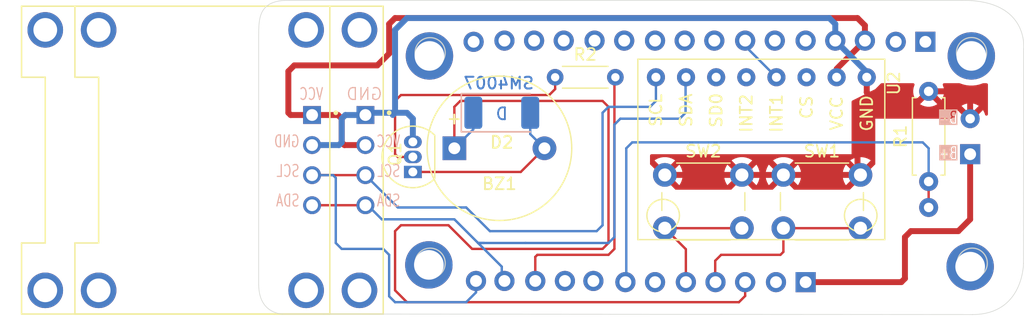
<source format=kicad_pcb>
(kicad_pcb (version 20241229) (generator "pcbnew") (generator_version "9.0")
  (title_block (title "Sidekick PCB") (date "2025-08-14") (rev "0.3.8"))
  (layers (0 "F.Cu" signal) (2 "B.Cu" signal) (13 "F.Paste" user) (15 "B.Paste" user) (5 "F.SilkS" user "F.Silkscreen") (7 "B.SilkS" user "B.Silkscreen") (1 "F.Mask" user) (3 "B.Mask" user) (25 "Edge.Cuts" user))
  (net 0 "")
  (net 2 "unconnected-(U1-BAT-Pad12)")
  (net 7 "Net-(BZ1--)")
  (net 9 "Net-(U1-D3)")
  (net 12 "Net-(U1-D1)")
  (net 15 "Net-(U1-D0)")
  (net 19 "Net-(U1-SDA)")
  (net 20 "Net-(U1-A2)")
  (net 23 "Net-(U1-SCL)")
  (net 26 "Net-(U2-VCC)")
  (net 27 "Net-(BZ1-+)")
  (net 30 "unconnected-(U2-CS-Pad3)")
  (net 31 "Net-(Q1-E)")
  (net 32 "Net-(Q1-B)")
  (net 33 "Net-(U1-D8)")
  (footprint "Resistor_THT:R_Axial_DIN0207_L6.3mm_D2.5mm_P7.62mm_Horizontal" (layer "F.Cu") (at 175 118.81 90)
    (property "Reference" "R1" (at 3.81 -2.37 90) (layer "F.SilkS"))
    (property "Value" "R")
    (fp_line (start 7.08 -1.37) (end 7.08 -1.04) (stroke (width 0.12)) (layer "F.SilkS"))
    (fp_line (start 0.54 -1.37) (end 7.08 -1.37) (stroke (width 0.12)) (layer "F.SilkS"))
    (fp_line (start 0.54 -1.04) (end 0.54 -1.37) (stroke (width 0.12)) (layer "F.SilkS"))
    (fp_line (start 0.54 1.04) (end 0.54 1.37) (stroke (width 0.12)) (layer "F.SilkS"))
    (fp_line (start 7.08 1.37) (end 7.08 1.04) (stroke (width 0.12)) (layer "F.SilkS"))
    (fp_line (start 0.54 1.37) (end 7.08 1.37) (stroke (width 0.12)) (layer "F.SilkS"))
    (pad "1" thru_hole circle (at 0 0 90) (size 1.6 1.6) (drill 0.8) (layers "*.Cu" "*.Mask") (net 9 "Net-(U1-D3)"))
    (pad "2" thru_hole circle (at 7.62 0 90) (size 1.6 1.6) (drill 0.8) (layers "*.Cu" "*.Mask") (net 31 "Net-(Q1-E)"))
  )
  (footprint "Button_Switch_THT:SW_PUSH_6mm_H5mm" (layer "F.Cu") (at 162.75 118.25)
    (property "Reference" "SW1" (at 3.25 -2 0) (layer "F.SilkS"))
    (property "Value" "SW_PUSH_6mm_H5mm" (hide yes))
    (fp_line (start -0.25 1.5) (end -0.25 3) (stroke (width 0.12)) (layer "F.SilkS"))
    (fp_line (start 1 5.5) (end 5.5 5.5) (stroke (width 0.12)) (layer "F.SilkS"))
    (fp_line (start 5.5 -1) (end 1 -1) (stroke (width 0.12)) (layer "F.SilkS"))
    (fp_line (start 6.75 3) (end 6.75 1.5) (stroke (width 0.12)) (layer "F.SilkS"))
    (pad "1" thru_hole circle (at 0 0 90) (size 2 2) (drill 1.1) (layers "*.Cu" "*.Mask") (net 31 "Net-(Q1-E)"))
    (pad "1" thru_hole circle (at 6.5 0 90) (size 2 2) (drill 1.1) (layers "*.Cu" "*.Mask") (net 31 "Net-(Q1-E)"))
    (pad "2" thru_hole circle (at 0 4.5 90) (size 2 2) (drill 1.1) (layers "*.Cu" "*.Mask") (net 15 "Net-(U1-D0)"))
    (pad "2" thru_hole circle (at 6.5 4.5 90) (size 2 2) (drill 1.1) (layers "*.Cu" "*.Mask") (net 15 "Net-(U1-D0)"))
  )
  (footprint "" (layer "F.Cu") (at 175 121)
    (property "Reference" "" (at 0 0 0) (layer "F.SilkS") (effects (font (size 1.27 1.27))))
    (property "Value" "")
    (pad "1" thru_hole circle (at 0 0 90) (size 1.6 1.6) (drill 0.8) (layers "*.Cu" "*.Mask") (net 9 "Net-(U1-D3)"))
  )
  (footprint "Button_Switch_THT:SW_PUSH_6mm_H5mm" (layer "F.Cu") (at 152.75 118.25)
    (property "Reference" "SW2" (at 3.25 -2 0) (layer "F.SilkS"))
    (property "Value" "SW_PUSH_6mm_H5mm" (hide yes))
    (fp_line (start -0.25 1.5) (end -0.25 3) (stroke (width 0.12)) (layer "F.SilkS"))
    (fp_line (start 1 5.5) (end 5.5 5.5) (stroke (width 0.12)) (layer "F.SilkS"))
    (fp_line (start 5.5 -1) (end 1 -1) (stroke (width 0.12)) (layer "F.SilkS"))
    (fp_line (start 6.75 3) (end 6.75 1.5) (stroke (width 0.12)) (layer "F.SilkS"))
    (pad "1" thru_hole circle (at 0 0 90) (size 2 2) (drill 1.1) (layers "*.Cu" "*.Mask") (net 31 "Net-(Q1-E)"))
    (pad "1" thru_hole circle (at 6.5 0 90) (size 2 2) (drill 1.1) (layers "*.Cu" "*.Mask") (net 31 "Net-(Q1-E)"))
    (pad "2" thru_hole circle (at 0 4.5 90) (size 2 2) (drill 1.1) (layers "*.Cu" "*.Mask") (net 12 "Net-(U1-D1)"))
    (pad "2" thru_hole circle (at 6.5 4.5 90) (size 2 2) (drill 1.1) (layers "*.Cu" "*.Mask") (net 12 "Net-(U1-D1)"))
  )
  (footprint "" (layer "F.Cu") (at 178.5 113.5)
    (property "Reference" "" (at 0 0 0) (layer "F.SilkS") (effects (font (size 1.27 1.27))))
    (property "Value" "")
    (pad "B-" thru_hole circle (at 0 0 90) (size 1.6 1.6) (drill 0.8) (layers "*.Cu" "*.Mask") (net 31 "Net-(Q1-E)"))
  )
  (footprint "DM-OLED096-636:MODULE_DM-OLED096-636" (layer "F.Cu") (at 111.5 117 -90)
    (property "Reference" "U3" (hide yes))
    (property "Value" "DM-OLED096-636")
    (fp_line (start -13 13) (end -13 -13) (stroke (width 0.127)) (layer "F.SilkS"))
    (fp_line (start -7 13) (end -13 13) (stroke (width 0.127)) (layer "F.SilkS"))
    (fp_line (start 7 13) (end 7 11) (stroke (width 0.127)) (layer "F.SilkS"))
    (fp_line (start 13 13) (end 7 13) (stroke (width 0.127)) (layer "F.SilkS"))
    (fp_line (start -7 11) (end -7 13) (stroke (width 0.127)) (layer "F.SilkS"))
    (fp_line (start 7 11) (end -7 11) (stroke (width 0.127)) (layer "F.SilkS"))
    (fp_line (start -13 -13) (end 13 -13) (stroke (width 0.127)) (layer "F.SilkS"))
    (fp_line (start 13 -13) (end 13 13) (stroke (width 0.127)) (layer "F.SilkS"))
    (fp_circle (center -4 -13.5) (end -3.9 -13.5) (stroke (width 0.2)) (fill no) (layer "F.SilkS"))
    (pad "1" thru_hole circle (at -1.27 -11.5 270) (size 1.508 1.508) (drill 1) (layers "*.Cu" "*.Mask") (net 31 "Net-(Q1-E)"))
    (pad "2" thru_hole rect (at -3.81 -11.5 270) (size 1.508 1.508) (drill 1) (layers "*.Cu" "*.Mask") (net 26 "Net-(U2-VCC)"))
    (pad "3" thru_hole circle (at 1.27 -11.5 270) (size 1.508 1.508) (drill 1) (layers "*.Cu" "*.Mask") (net 23 "Net-(U1-SCL)"))
    (pad "4" thru_hole circle (at 3.81 -11.5 270) (size 1.508 1.508) (drill 1) (layers "*.Cu" "*.Mask") (net 19 "Net-(U1-SDA)"))
    (pad "S1" thru_hole circle (at -11 -11 270) (size 3 3) (drill 2) (layers "*.Cu" "*.Mask"))
    (pad "S2" thru_hole circle (at 11 -11 270) (size 3 3) (drill 2) (layers "*.Cu" "*.Mask"))
    (pad "S3" thru_hole circle (at 11 11 270) (size 3 3) (drill 2) (layers "*.Cu" "*.Mask"))
    (pad "S4" thru_hole circle (at -11 11 270) (size 3 3) (drill 2) (layers "*.Cu" "*.Mask"))
  )
  (footprint "Package_TO_SOT_THT:TO-92_Inline" (layer "F.Cu") (at 131.5 118 90)
    (property "Reference" "Q1" (at 1.5 -1.5 90) (layer "F.SilkS"))
    (property "Value" "BC547")
    (fp_line (start -0.53 1.85) (end 3.07 1.85) (stroke (width 0.12)) (layer "F.SilkS"))
    (fp_arc (start 1.27 -2.6) (mid 3.672088 -0.994977) (end 3.108478 1.838478) (stroke (width 0.12)) (layer "F.SilkS"))
    (fp_arc (start -0.568478 1.838478) (mid -1.132086 -0.994977) (end 1.27 -2.6) (stroke (width 0.12)) (layer "F.SilkS"))
    (pad "1" thru_hole rect (at 0 0 90) (size 1.05 1.5) (drill 0.75) (layers "*.Cu" "*.Mask") (net 7 "Net-(BZ1--)"))
    (pad "2" thru_hole oval (at 1.270001 0 90) (size 1.05 1.5) (drill 0.75) (layers "*.Cu" "*.Mask") (net 32 "Net-(Q1-B)"))
    (pad "3" thru_hole oval (at 2.54 0 90) (size 1.05 1.5) (drill 0.75) (layers "*.Cu" "*.Mask") (net 31 "Net-(Q1-E)"))
  )
  (footprint "" (layer "F.Cu") (at 178.5 116.5)
    (property "Reference" "" (at 0 0 0) (layer "F.SilkS") (effects (font (size 1.27 1.27))))
    (property "Value" "")
    (pad "B+" thru_hole rect (at 0 0 90) (size 1.7 1.7) (drill 1) (layers "*.Cu" "*.Mask") (net 2 "unconnected-(U1-BAT-Pad12)"))
  )
  (footprint "usini_sensors:module_adxl345" (layer "F.Cu") (at 154.54 110 -90)
    (property "Reference" "U2" (at 0.508 -17.526 90) (layer "F.SilkS"))
    (property "Value" "module_adxl345")
    (fp_line (start -1.524 4.064) (end -1.524 -16.764) (stroke (width 0.12)) (layer "F.SilkS"))
    (fp_line (start 13.716 4.064) (end -1.524 4.064) (stroke (width 0.12)) (layer "F.SilkS"))
    (fp_line (start -1.524 -16.764) (end 13.716 -16.764) (stroke (width 0.12)) (layer "F.SilkS"))
    (fp_line (start 13.716 -16.764) (end 13.716 4.064) (stroke (width 0.12)) (layer "F.SilkS"))
    (fp_circle (center 11.684 1.928285) (end 12.446 3.071285) (stroke (width 0.12)) (fill no) (layer "F.SilkS"))
    (fp_circle (center 11.684 -14.732) (end 12.446 -13.589) (stroke (width 0.12)) (fill no) (layer "F.SilkS"))
    (fp_text user "SD0" (at 2.794 -2.54 90) (layer "F.SilkS"))
    (fp_text user "VCC" (at 3.048 -12.7 90) (layer "F.SilkS"))
    (fp_text user "SCL" (at 2.794 2.54 90) (layer "F.SilkS"))
    (fp_text user "GND" (at 3.048 -15.24 90) (layer "F.SilkS"))
    (fp_text user "SDA" (at 2.794 0 90) (layer "F.SilkS"))
    (fp_text user "INT1" (at 3.048 -7.62 90) (layer "F.SilkS"))
    (fp_text user "INT2" (at 3.048 -5.08 90) (layer "F.SilkS"))
    (fp_text user "CS" (at 2.54 -10.16 90) (layer "F.SilkS"))
    (pad "1" thru_hole circle (at 0 -15.24 270) (size 1.524 1.524) (drill 0.762) (layers "*.Cu" "*.Mask") (net 31 "Net-(Q1-E)"))
    (pad "2" thru_hole circle (at 0 -12.7 270) (size 1.524 1.524) (drill 0.762) (layers "*.Cu" "*.Mask") (net 26 "Net-(U2-VCC)"))
    (pad "3" thru_hole circle (at 0 -10.16 270) (size 1.524 1.524) (drill 0.762) (layers "*.Cu" "*.Mask") (net 30 "unconnected-(U2-CS-Pad3)"))
    (pad "4" thru_hole circle (at 0 -7.62 270) (size 1.524 1.524) (drill 0.762) (layers "*.Cu" "*.Mask") (net 20 "Net-(U1-A2)"))
    (pad "5" thru_hole circle (at 0 -5.08 270) (size 1.524 1.524) (drill 0.762) (layers "*.Cu" "*.Mask"))
    (pad "6" thru_hole circle (at 0 -2.54 270) (size 1.524 1.524) (drill 0.762) (layers "*.Cu" "*.Mask"))
    (pad "7" thru_hole circle (at 0 0 270) (size 1.524 1.524) (drill 0.762) (layers "*.Cu" "*.Mask") (net 19 "Net-(U1-SDA)"))
    (pad "8" thru_hole circle (at 0 2.54 270) (size 1.524 1.524) (drill 0.762) (layers "*.Cu" "*.Mask") (net 23 "Net-(U1-SCL)"))
  )
  (footprint "DM-OLED096-636:MODULE_DM-OLED096-636" (layer "F.Cu") (at 116 117 -90)
    (property "Reference" "U3" (hide yes))
    (property "Value" "DM-OLED096-636" (hide yes))
    (fp_line (start -13 13) (end -13 -13) (stroke (width 0.127)) (layer "F.SilkS"))
    (fp_line (start -7 13) (end -13 13) (stroke (width 0.127)) (layer "F.SilkS"))
    (fp_line (start 7 13) (end 7 11) (stroke (width 0.127)) (layer "F.SilkS"))
    (fp_line (start 13 13) (end 7 13) (stroke (width 0.127)) (layer "F.SilkS"))
    (fp_line (start -7 11) (end -7 13) (stroke (width 0.127)) (layer "F.SilkS"))
    (fp_line (start 7 11) (end -7 11) (stroke (width 0.127)) (layer "F.SilkS"))
    (fp_line (start -13 -13) (end 13 -13) (stroke (width 0.127)) (layer "F.SilkS"))
    (fp_line (start 13 -13) (end 13 13) (stroke (width 0.127)) (layer "F.SilkS"))
    (fp_circle (center -4 -13.5) (end -3.9 -13.5) (stroke (width 0.2)) (fill no) (layer "F.SilkS"))
    (pad "1" thru_hole rect (at -3.81 -11.5 270) (size 1.508 1.508) (drill 1) (layers "*.Cu" "*.Mask") (net 31 "Net-(Q1-E)"))
    (pad "2" thru_hole circle (at -1.27 -11.5 270) (size 1.508 1.508) (drill 1) (layers "*.Cu" "*.Mask") (net 26 "Net-(U2-VCC)"))
    (pad "3" thru_hole circle (at 1.27 -11.5 270) (size 1.508 1.508) (drill 1) (layers "*.Cu" "*.Mask") (net 23 "Net-(U1-SCL)"))
    (pad "4" thru_hole circle (at 3.81 -11.5 270) (size 1.508 1.508) (drill 1) (layers "*.Cu" "*.Mask") (net 19 "Net-(U1-SDA)"))
    (pad "S1" thru_hole circle (at -11 -11 270) (size 3 3) (drill 2) (layers "*.Cu" "*.Mask"))
    (pad "S2" thru_hole circle (at 11 -11 270) (size 3 3) (drill 2) (layers "*.Cu" "*.Mask"))
    (pad "S3" thru_hole circle (at 11 11 270) (size 3 3) (drill 2) (layers "*.Cu" "*.Mask"))
    (pad "S4" thru_hole circle (at -11 11 270) (size 3 3) (drill 2) (layers "*.Cu" "*.Mask"))
  )
  (footprint "Resistor_THT:R_Axial_DIN0204_L3.6mm_D1.6mm_P5.08mm_Horizontal" (layer "F.Cu") (at 143.5 110)
    (property "Reference" "R2" (at 2.54 -1.92 0) (layer "F.SilkS"))
    (property "Value" "R")
    (fp_line (start 0.62 -0.92) (end 4.46 -0.92) (stroke (width 0.12)) (layer "F.SilkS"))
    (fp_line (start 0.62 0.92) (end 4.46 0.92) (stroke (width 0.12)) (layer "F.SilkS"))
    (pad "1" thru_hole circle (at 0 0) (size 1.4 1.4) (drill 0.7) (layers "*.Cu" "*.Mask") (net 32 "Net-(Q1-B)"))
    (pad "2" thru_hole circle (at 5.08 0) (size 1.4 1.4) (drill 0.7) (layers "*.Cu" "*.Mask") (net 33 "Net-(U1-D8)"))
  )
  (footprint "Buzzer_Beeper:Buzzer_12x9.5RM7.6" (layer "F.Cu") (at 135 116)
    (property "Reference" "BZ1" (at 3.8 3 0) (layer "F.SilkS"))
    (property "Value" "Buzzer")
    (fp_circle (center 3.8 0) (end 9.9 0) (stroke (width 0.12)) (fill no) (layer "F.SilkS"))
    (fp_text user "+" (at -0.01 -2.54 0) (layer "F.SilkS"))
    (pad "1" thru_hole rect (at 0 0) (size 2 2) (drill 1) (layers "*.Cu" "*.Mask") (net 27 "Net-(BZ1-+)"))
    (pad "2" thru_hole circle (at 7.6 0) (size 2 2) (drill 1) (layers "*.Cu" "*.Mask") (net 7 "Net-(BZ1--)"))
  )
  (footprint "PCBCUPID-GLYPHC3-Footprint:GlyphC3" (layer "F.Cu") (at 155.725 116.906882)
    (property "Reference" "U1" (hide yes))
    (property "Value" "~")
    (pad "" thru_hole circle (at -22.875 8.943118 180) (size 4 4) (drill 2.5) (layers "*.Cu" "*.Mask"))
    (pad "" thru_hole circle (at -22.825 -8.706882 180) (size 4 4) (drill 2.5) (layers "*.Cu" "*.Mask"))
    (pad "" thru_hole circle (at 22.775 9.093118 180) (size 4 4) (drill 2.5) (layers "*.Cu" "*.Mask"))
    (pad "" thru_hole circle (at 22.875 -8.706882 180) (size 4 4) (drill 2.5) (layers "*.Cu" "*.Mask"))
    (pad "1" thru_hole oval (at -18.9 10.3 90) (size 1.7 1.7) (drill 1) (layers "*.Cu" "*.Mask") (net 23 "Net-(U1-SCL)"))
    (pad "2" thru_hole oval (at -16.5 10.3 90) (size 1.7 1.7) (drill 1) (layers "*.Cu" "*.Mask") (net 19 "Net-(U1-SDA)"))
    (pad "3" thru_hole oval (at -13.9 10.3 90) (size 1.7 1.7) (drill 1) (layers "*.Cu" "*.Mask") (net 33 "Net-(U1-D8)"))
    (pad "4" thru_hole oval (at -11.4 10.3 90) (size 1.7 1.7) (drill 1) (layers "*.Cu" "*.Mask"))
    (pad "5" thru_hole oval (at -9 10.3 90) (size 1.7 1.7) (drill 1) (layers "*.Cu" "*.Mask"))
    (pad "6" thru_hole oval (at -6.3 10.4 90) (size 1.7 1.7) (drill 1) (layers "*.Cu" "*.Mask") (net 9 "Net-(U1-D3)"))
    (pad "7" thru_hole oval (at -3.8 10.4 90) (size 1.7 1.7) (drill 1) (layers "*.Cu" "*.Mask"))
    (pad "8" thru_hole oval (at -1.2 10.4 90) (size 1.7 1.7) (drill 1) (layers "*.Cu" "*.Mask") (net 12 "Net-(U1-D1)"))
    (pad "9" thru_hole oval (at 1.3 10.4 90) (size 1.7 1.7) (drill 1) (layers "*.Cu" "*.Mask") (net 15 "Net-(U1-D0)"))
    (pad "10" thru_hole oval (at 3.8 10.4 90) (size 1.7 1.7) (drill 1) (layers "*.Cu" "*.Mask") (net 27 "Net-(BZ1-+)"))
    (pad "11" thru_hole oval (at 6.4 10.4 90) (size 1.7 1.7) (drill 1) (layers "*.Cu" "*.Mask"))
    (pad "12" thru_hole rect (at 8.9 10.4 90) (size 1.7 1.7) (drill 1) (layers "*.Cu" "*.Mask") (net 2 "unconnected-(U1-BAT-Pad12)"))
    (pad "13" thru_hole rect (at 19 -9.9 90) (size 1.7 1.7) (drill 1) (layers "*.Cu" "*.Mask"))
    (pad "14" thru_hole oval (at 16.5 -9.9 90) (size 1.7 1.7) (drill 1) (layers "*.Cu" "*.Mask"))
    (pad "15" thru_hole oval (at 13.9 -10 90) (size 1.7 1.7) (drill 1) (layers "*.Cu" "*.Mask") (net 26 "Net-(U2-VCC)"))
    (pad "16" thru_hole oval (at 11.4 -10 90) (size 1.7 1.7) (drill 1) (layers "*.Cu" "*.Mask") (net 31 "Net-(Q1-E)"))
    (pad "17" thru_hole oval (at 8.9 -10 90) (size 1.7 1.7) (drill 1) (layers "*.Cu" "*.Mask"))
    (pad "18" thru_hole oval (at 6.3 -10 90) (size 1.7 1.7) (drill 1) (layers "*.Cu" "*.Mask"))
    (pad "19" thru_hole oval (at 3.8 -10 90) (size 1.7 1.7) (drill 1) (layers "*.Cu" "*.Mask") (net 20 "Net-(U1-A2)"))
    (pad "20" thru_hole oval (at 1.2 -10 90) (size 1.7 1.7) (drill 1) (layers "*.Cu" "*.Mask"))
    (pad "21" thru_hole oval (at -1.3 -10 90) (size 1.7 1.7) (drill 1) (layers "*.Cu" "*.Mask"))
    (pad "22" thru_hole oval (at -3.8 -10 90) (size 1.7 1.7) (drill 1) (layers "*.Cu" "*.Mask"))
    (pad "23" thru_hole oval (at -6.4 -10 90) (size 1.7 1.7) (drill 1) (layers "*.Cu" "*.Mask"))
    (pad "24" thru_hole oval (at -8.9 -10 90) (size 1.7 1.7) (drill 1) (layers "*.Cu" "*.Mask"))
    (pad "25" thru_hole oval (at -11.5 -10 90) (size 1.7 1.7) (drill 1) (layers "*.Cu" "*.Mask"))
    (pad "26" thru_hole oval (at -14 -10 90) (size 1.7 1.7) (drill 1) (layers "*.Cu" "*.Mask"))
    (pad "27" thru_hole oval (at -16.5 -10 90) (size 1.7 1.7) (drill 1) (layers "*.Cu" "*.Mask"))
    (pad "28" thru_hole oval (at -19.1 -9.9 90) (size 1.7 1.7) (drill 1) (layers "*.Cu" "*.Mask"))
  )
  (footprint "Diode_SMD:D_MELF" (layer "B.Cu") (at 139 113)
    (property "Reference" "D2" (at 0 2.5 0) (layer "F.SilkS"))
    (property "Value" "SM4007" (at -0.25 -2.5 0) (layer "B.Cu") (effects (justify mirror)))
    (fp_line (start -3.41 -1.61) (end 2.4 -1.61) (stroke (width 0.12)) (layer "B.SilkS"))
    (fp_line (start -3.41 1.61) (end -3.41 -1.61) (stroke (width 0.12)) (layer "B.SilkS"))
    (fp_line (start 2.4 1.61) (end -3.41 1.61) (stroke (width 0.12)) (layer "B.SilkS"))
    (pad "1" smd roundrect (at -2.4 0) (size 1.5 2.7) (layers "B.Cu" "B.Mask" "B.Paste") (roundrect_rratio 0.1666666667) (net 27 "Net-(BZ1-+)"))
    (pad "2" smd roundrect (at 2.4 0) (size 1.5 2.7) (layers "B.Cu" "B.Mask" "B.Paste") (roundrect_rratio 0.1666666667) (net 7 "Net-(BZ1--)"))
  )
  (footprint "Diode_SMD:D_MELF" (layer "B.Cu") (at 139 113)
    (property "Reference" "D2" (at 0 2.5 0) (layer "F.SilkS"))
    (property "Value" "SM4007" (at -0.25 -2.5 0) (layer "B.Cu") (effects (justify mirror)))
    (property "Sim.Device" "D" (at 0 0 180) (layer "B.Cu"))
    (fp_line (start -3.41 -1.61) (end 2.4 -1.61) (stroke (width 0.12)) (layer "B.SilkS"))
    (fp_line (start -3.41 1.61) (end -3.41 -1.61) (stroke (width 0.12)) (layer "B.SilkS"))
    (fp_line (start 2.4 1.61) (end -3.41 1.61) (stroke (width 0.12)) (layer "B.SilkS"))
    (pad "1" smd roundrect (at -2.4 0) (size 1.5 2.7) (layers "B.Cu" "B.Mask" "B.Paste") (roundrect_rratio 0.1666666667) (net 27 "Net-(BZ1-+)"))
    (pad "2" smd roundrect (at 2.4 0) (size 1.5 2.7) (layers "B.Cu" "B.Mask" "B.Paste") (roundrect_rratio 0.1666666667) (net 7 "Net-(BZ1--)"))
  )
  (gr_curve (pts (xy 121 103.5) (xy 118.5 103.5) (xy 118.5 105) (xy 118.5 106.5)) (stroke (width 0.05)) (layer "Edge.Cuts"))
  (gr_curve (pts (xy 178.692743 130.045511) (xy 183 130.045511) (xy 182.99906 125.730717) (xy 182.99906 125.730717)) (stroke (width 0.05)) (layer "Edge.Cuts"))
  (gr_circle (center 132.958612 125.70405) (end 131.688612 125.70405) (stroke (width 0.1)) (fill no) (layer "Edge.Cuts"))
  (gr_line (start 178.692743 130.045511) (end 124 130) (stroke (width 0.05)) (layer "Edge.Cuts"))
  (gr_line (start 124 130) (end 120.5 130) (stroke (width 0.05)) (layer "Edge.Cuts"))
  (gr_curve (pts (xy 118.5 127.5) (xy 118.5 130) (xy 120.5 130) (xy 120.5 130)) (stroke (width 0.05)) (layer "Edge.Cuts"))
  (gr_line (start 183.012884 107.632405) (end 182.999057 125.734645) (stroke (width 0.05)) (layer "Edge.Cuts"))
  (gr_line (start 121 103.5) (end 177.876026 103.5) (stroke (width 0.05)) (layer "Edge.Cuts"))
  (gr_circle (center 178.617874 107.91405) (end 177.347874 107.91405) (stroke (width 0.1)) (fill no) (layer "Edge.Cuts"))
  (gr_circle (center 178.678612 125.70405) (end 177.408612 125.70405) (stroke (width 0.1)) (fill no) (layer "Edge.Cuts"))
  (gr_curve (pts (xy 177.876026 103.5) (xy 183.5 103.5) (xy 183.012884 107.632405) (xy 183.012884 107.632405)) (stroke (width 0.05)) (layer "Edge.Cuts"))
  (gr_circle (center 132.958612 107.92405) (end 131.688612 107.92405) (stroke (width 0.1)) (fill no) (layer "Edge.Cuts"))
  (gr_line (start 118.5 106.5) (end 118.5 127.5) (stroke (width 0.05)) (layer "Edge.Cuts"))
  (gr_text "VCC" (at 130.5 116 0) (layer "B.SilkS") (effects (font (size 1 0.7) (thickness 0.1)) (justify left bottom mirror)))
  (gr_text "SDA" (at 130.5 121 0) (layer "B.SilkS") (effects (font (size 1 0.7) (thickness 0.1)) (justify left bottom mirror)))
  (gr_text "B-" (at 177.5 114 0) (layer "B.SilkS" knockout) (effects (font (size 1 0.7) (thickness 0.1)) (justify left bottom mirror)))
  (gr_text "B+" (at 177.5 117 0) (layer "B.SilkS" knockout) (effects (font (size 1 0.7) (thickness 0.0875)) (justify left bottom mirror)))
  (gr_text "SDA" (at 122 121 0) (layer "B.SilkS") (effects (font (size 1 0.7) (thickness 0.1)) (justify left bottom mirror)))
  (gr_text "VCC" (at 124 112 0) (layer "B.SilkS") (effects (font (size 1 0.7) (thickness 0.1)) (justify left bottom mirror)))
  (gr_text "GND" (at 122 116 0) (layer "B.SilkS") (effects (font (size 1 0.7) (thickness 0.1)) (justify left bottom mirror)))
  (gr_text "SCL" (at 122 118.5 0) (layer "B.SilkS") (effects (font (size 1 0.7) (thickness 0.1)) (justify left bottom mirror)))
  (gr_text "SCL" (at 130.5 118.5 0) (layer "B.SilkS") (effects (font (size 1 0.7) (thickness 0.1)) (justify left bottom mirror)))
  (gr_text "GND" (at 129 112 0) (layer "B.SilkS") (effects (font (size 1 1) (thickness 0.1)) (justify left bottom mirror)))
  (segment (start 177.5 123) (end 173.5 123) (width 0.5) (layer "F.Cu") (net 2))
  (segment (start 173.5 123) (end 173 123.5) (width 0.5) (layer "F.Cu") (net 2))
  (segment (start 172.693118 127.306882) (end 164.625 127.306882) (width 0.5) (layer "F.Cu") (net 2))
  (segment (start 178.5 122) (end 177.5 123) (width 0.5) (layer "F.Cu") (net 2))
  (segment (start 173 123.5) (end 173 127) (width 0.5) (layer "F.Cu") (net 2))
  (segment (start 173 127) (end 172.693118 127.306882) (width 0.5) (layer "F.Cu") (net 2))
  (segment (start 178.5 116.5) (end 178.5 122) (width 0.5) (layer "F.Cu") (net 2))
  (segment (start 131 118) (end 140.6 118) (width 0.2) (layer "F.Cu") (net 7))
  (segment (start 140.6 118) (end 142.6 116) (width 0.2) (layer "F.Cu") (net 7))
  (segment (start 143 115.6) (end 142.6 116) (width 0.2) (layer "B.Cu") (net 7))
  (segment (start 141.4 114.8) (end 142.6 116) (width 0.2) (layer "B.Cu") (net 7))
  (segment (start 141.4 113) (end 141.4 114.8) (width 0.2) (layer "B.Cu") (net 7))
  (segment (start 175 118.81) (end 175 121) (width 0.2) (layer "F.Cu") (net 9))
  (segment (start 149.5 127.231882) (end 149.425 127.306882) (width 0.2) (layer "B.Cu") (net 9))
  (segment (start 174.5 115.5) (end 150 115.5) (width 0.2) (layer "B.Cu") (net 9))
  (segment (start 149.5 116) (end 149.5 127.231882) (width 0.2) (layer "B.Cu") (net 9))
  (segment (start 175 118.81) (end 175 116) (width 0.2) (layer "B.Cu") (net 9))
  (segment (start 150 115.5) (end 149.5 116) (width 0.2) (layer "B.Cu") (net 9))
  (segment (start 175 116) (end 174.5 115.5) (width 0.2) (layer "B.Cu") (net 9))
  (segment (start 154.525 124.525) (end 154.525 127.306882) (width 0.2) (layer "F.Cu") (net 12))
  (segment (start 152.75 122.75) (end 154.525 124.525) (width 0.2) (layer "F.Cu") (net 12))
  (segment (start 159.25 122.75) (end 152.75 122.75) (width 0.2) (layer "F.Cu") (net 12))
  (segment (start 162.75 124.75) (end 162.5 125) (width 0.2) (layer "F.Cu") (net 15))
  (segment (start 157 125.5) (end 157 127.281882) (width 0.2) (layer "F.Cu") (net 15))
  (segment (start 162.75 122.75) (end 162.75 124.75) (width 0.2) (layer "F.Cu") (net 15))
  (segment (start 157 127.281882) (end 157.025 127.306882) (width 0.2) (layer "F.Cu") (net 15))
  (segment (start 162.5 125) (end 157.5 125) (width 0.2) (layer "F.Cu") (net 15))
  (segment (start 169.25 122.75) (end 162.75 122.75) (width 0.2) (layer "F.Cu") (net 15))
  (segment (start 157.5 125) (end 157 125.5) (width 0.2) (layer "F.Cu") (net 15))
  (segment (start 127.5 120.62) (end 127.38 120.5) (width 0.2) (layer "F.Cu") (net 19))
  (segment (start 123 120.81) (end 127.5 120.81) (width 0.2) (layer "F.Cu") (net 19))
  (segment (start 149 113.5) (end 148.5 114) (width 0.2) (layer "B.Cu") (net 19))
  (segment (start 128.88 122) (end 127.5 120.62) (width 0.2) (layer "B.Cu") (net 19))
  (segment (start 154.5 113) (end 154 113.5) (width 0.2) (layer "B.Cu") (net 19))
  (segment (start 137.5 124) (end 137 124) (width 0.2) (layer "B.Cu") (net 19))
  (segment (start 148 124) (end 141 124) (width 0.2) (layer "B.Cu") (net 19))
  (segment (start 148.5 123.5) (end 148 124) (width 0.2) (layer "B.Cu") (net 19))
  (segment (start 139 126.981882) (end 139.225 127.206882) (width 0.2) (layer "B.Cu") (net 19))
  (segment (start 154.5 110.04) (end 154.5 113) (width 0.2) (layer "B.Cu") (net 19))
  (segment (start 135 122) (end 128.88 122) (width 0.2) (layer "B.Cu") (net 19))
  (segment (start 154.54 110) (end 154.5 110.04) (width 0.2) (layer "B.Cu") (net 19))
  (segment (start 137 124) (end 139 126) (width 0.2) (layer "B.Cu") (net 19))
  (segment (start 137 124) (end 135 122) (width 0.2) (layer "B.Cu") (net 19))
  (segment (start 139 126) (end 139 126.981882) (width 0.2) (layer "B.Cu") (net 19))
  (segment (start 154 113.5) (end 149 113.5) (width 0.2) (layer "B.Cu") (net 19))
  (segment (start 141 124) (end 137 124) (width 0.2) (layer "B.Cu") (net 19))
  (segment (start 148.5 114) (end 148.5 123.5) (width 0.2) (layer "B.Cu") (net 19))
  (segment (start 159.525 106.906882) (end 159.525 107.475) (width 0.2) (layer "B.Cu") (net 20))
  (segment (start 159.525 107.365) (end 162.16 110) (width 0.2) (layer "B.Cu") (net 20))
  (segment (start 162.143 109.921882) (end 162.5 109.564882) (width 0.2) (layer "B.Cu") (net 20))
  (segment (start 159.525 106.906882) (end 159.525 107.365) (width 0.2) (layer "B.Cu") (net 20))
  (segment (start 123 118.27) (end 127.5 118.27) (width 0.2) (layer "F.Cu") (net 23))
  (segment (start 148 112.5) (end 151.5 112.5) (width 0.2) (layer "B.Cu") (net 23))
  (segment (start 152 112) (end 152 110) (width 0.2) (layer "B.Cu") (net 23))
  (segment (start 151.5 112.5) (end 152 112) (width 0.2) (layer "B.Cu") (net 23))
  (segment (start 130.23 121) (end 136 121) (width 0.2) (layer "B.Cu") (net 23))
  (segment (start 147.5 122.5) (end 147.5 113) (width 0.2) (layer "B.Cu") (net 23))
  (segment (start 127.5 118.27) (end 130.23 121) (width 0.2) (layer "B.Cu") (net 23))
  (segment (start 129.5 128.5) (end 130 129) (width 0.2) (layer "B.Cu") (net 23))
  (segment (start 147.5 113) (end 148 112.5) (width 0.2) (layer "B.Cu") (net 23))
  (segment (start 125 124) (end 125.5 124.5) (width 0.2) (layer "B.Cu") (net 23))
  (segment (start 125.5 124.5) (end 129 124.5) (width 0.2) (layer "B.Cu") (net 23))
  (segment (start 147 123) (end 147.5 122.5) (width 0.2) (layer "B.Cu") (net 23))
  (segment (start 136 129) (end 136.825 128.175) (width 0.2) (layer "B.Cu") (net 23))
  (segment (start 136.825 128.175) (end 136.825 127.206882) (width 0.2) (layer "B.Cu") (net 23))
  (segment (start 129 124.5) (end 129.5 125) (width 0.2) (layer "B.Cu") (net 23))
  (segment (start 130 129) (end 136 129) (width 0.2) (layer "B.Cu") (net 23))
  (segment (start 124.77 118.27) (end 125 118.5) (width 0.2) (layer "B.Cu") (net 23))
  (segment (start 125 118.5) (end 125 124) (width 0.2) (layer "B.Cu") (net 23))
  (segment (start 129.5 125) (end 129.5 128.5) (width 0.2) (layer "B.Cu") (net 23))
  (segment (start 136 121) (end 138 123) (width 0.2) (layer "B.Cu") (net 23))
  (segment (start 123 118.27) (end 124.77 118.27) (width 0.2) (layer "B.Cu") (net 23))
  (segment (start 138 123) (end 147 123) (width 0.2) (layer "B.Cu") (net 23))
  (segment (start 121 109.5) (end 121.5 109) (width 0.5) (layer "F.Cu") (net 26))
  (segment (start 169 105) (end 169.625 105.625) (width 0.5) (layer "F.Cu") (net 26))
  (segment (start 125.73 115.73) (end 127.5 115.73) (width 0.5) (layer "F.Cu") (net 26))
  (segment (start 123 113.19) (end 121.19 113.19) (width 0.5) (layer "F.Cu") (net 26))
  (segment (start 121 113) (end 121 109.5) (width 0.5) (layer "F.Cu") (net 26))
  (segment (start 129.5 105.5) (end 130 105) (width 0.5) (layer "F.Cu") (net 26))
  (segment (start 127.5 115.5) (end 127.5 115.54) (width 0.2) (layer "F.Cu") (net 26))
  (segment (start 125.19 113.19) (end 125.5 113.5) (width 0.5) (layer "F.Cu") (net 26))
  (segment (start 167.24 109.291882) (end 169.625 106.906882) (width 0.5) (layer "F.Cu") (net 26))
  (segment (start 121.19 113.19) (end 121 113) (width 0.5) (layer "F.Cu") (net 26))
  (segment (start 125.5 115.5) (end 125.73 115.73) (width 0.5) (layer "F.Cu") (net 26))
  (segment (start 169.625 105.625) (end 169.625 106.906882) (width 0.5) (layer "F.Cu") (net 26))
  (segment (start 125.19 113.19) (end 123 113.19) (width 0.5) (layer "F.Cu") (net 26))
  (segment (start 128.5 109) (end 129.5 108) (width 0.5) (layer "F.Cu") (net 26))
  (segment (start 121.5 109) (end 128.5 109) (width 0.5) (layer "F.Cu") (net 26))
  (segment (start 129.5 108) (end 129.5 105.5) (width 0.5) (layer "F.Cu") (net 26))
  (segment (start 125.5 113.5) (end 125.5 115.5) (width 0.5) (layer "F.Cu") (net 26))
  (segment (start 167.24 110) (end 167.24 109.291882) (width 0.2) (layer "F.Cu") (net 26))
  (segment (start 130 105) (end 169 105) (width 0.5) (layer "F.Cu") (net 26))
  (segment (start 148 112.5) (end 148 124) (width 0.2) (layer "F.Cu") (net 27))
  (segment (start 147.5 112) (end 148 112.5) (width 0.2) (layer "F.Cu") (net 27))
  (segment (start 159 129) (end 159.525 128.475) (width 0.2) (layer "F.Cu") (net 27))
  (segment (start 135.5 115.5) (end 135 116) (width 0.2) (layer "F.Cu") (net 27))
  (segment (start 147.5 124.5) (end 136.5 124.5) (width 0.2) (layer "F.Cu") (net 27))
  (segment (start 130 128) (end 131 129) (width 0.2) (layer "F.Cu") (net 27))
  (segment (start 134.5 122.5) (end 130.5 122.5) (width 0.2) (layer "F.Cu") (net 27))
  (segment (start 135 116) (end 135 112.5) (width 0.2) (layer "F.Cu") (net 27))
  (segment (start 135.5 112) (end 147.5 112) (width 0.2) (layer "F.Cu") (net 27))
  (segment (start 130 123) (end 130 128) (width 0.2) (layer "F.Cu") (net 27))
  (segment (start 159.525 128.475) (end 159.525 127.306882) (width 0.2) (layer "F.Cu") (net 27))
  (segment (start 136.5 124.5) (end 134.5 122.5) (width 0.2) (layer "F.Cu") (net 27))
  (segment (start 135 112.5) (end 135.5 112) (width 0.2) (layer "F.Cu") (net 27))
  (segment (start 131 129) (end 159 129) (width 0.2) (layer "F.Cu") (net 27))
  (segment (start 130.5 122.5) (end 130 123) (width 0.2) (layer "F.Cu") (net 27))
  (segment (start 159.525 127.306882) (end 159.5 127.331882) (width 0.2) (layer "F.Cu") (net 27))
  (segment (start 148 124) (end 147.5 124.5) (width 0.2) (layer "F.Cu") (net 27))
  (segment (start 135 116) (end 136.6 114.4) (width 0.2) (layer "B.Cu") (net 27))
  (segment (start 136.6 114.4) (end 136.6 113) (width 0.2) (layer "B.Cu") (net 27))
  (segment (start 164.5 110.104882) (end 164.683 109.921882) (width 0.2) (layer "B.Cu") (net 30))
  (segment (start 169.25 118.25) (end 162.75 118.25) (width 0.5) (layer "F.Cu") (net 31))
  (segment (start 170 112) (end 174.19 112) (width 0.5) (layer "F.Cu") (net 31))
  (segment (start 169.78 111.28) (end 170.5 112) (width 0.5) (layer "F.Cu") (net 31))
  (segment (start 174.19 112) (end 175 111.19) (width 0.5) (layer "F.Cu") (net 31))
  (segment (start 175 111.19) (end 178.19 111.19) (width 0.5) (layer "F.Cu") (net 31))
  (segment (start 169 113) (end 170 112) (width 0.5) (layer "F.Cu") (net 31))
  (segment (start 178.19 111.19) (end 178.5 111.5) (width 0.5) (layer "F.Cu") (net 31))
  (segment (start 159.25 118.25) (end 152.75 118.25) (width 0.5) (layer "F.Cu") (net 31))
  (segment (start 170.5 112) (end 170 112) (width 0.2) (layer "F.Cu") (net 31))
  (segment (start 169 118) (end 169.25 118.25) (width 0.2) (layer "F.Cu") (net 31))
  (segment (start 178.5 111.5) (end 178.5 113.5) (width 0.5) (layer "F.Cu") (net 31))
  (segment (start 169.625 109.783882) (end 169.763 109.921882) (width 0.2) (layer "F.Cu") (net 31))
  (segment (start 162.75 118.25) (end 159.25 118.25) (width 0.5) (layer "F.Cu") (net 31))
  (segment (start 169 118) (end 169 113) (width 0.5) (layer "F.Cu") (net 31))
  (segment (start 169.78 110) (end 169.78 111.28) (width 0.5) (layer "F.Cu") (net 31))
  (segment (start 167.125 105.5) (end 167.125 106.906882) (width 0.5) (layer "B.Cu") (net 31))
  (segment (start 125.5 113.5) (end 125.5 115.5) (width 0.5) (layer "B.Cu") (net 31))
  (segment (start 129.81 113.19) (end 130 113) (width 0.5) (layer "B.Cu") (net 31))
  (segment (start 125.5 115.5) (end 125.27 115.73) (width 0.5) (layer "B.Cu") (net 31))
  (segment (start 166.625 105) (end 167.125 105.5) (width 0.5) (layer "B.Cu") (net 31))
  (segment (start 131.5 115.46) (end 131.5 113.5) (width 0.5) (layer "B.Cu") (net 31))
  (segment (start 131 105) (end 166.625 105) (width 0.5) (layer "B.Cu") (net 31))
  (segment (start 169.78 109.561882) (end 169.78 110) (width 0.5) (layer "B.Cu") (net 31))
  (segment (start 131 113) (end 127.69 113) (width 0.5) (layer "B.Cu") (net 31))
  (segment (start 167.125 106.906882) (end 169.78 109.561882) (width 0.5) (layer "B.Cu") (net 31))
  (segment (start 127.5 113.19) (end 125.81 113.19) (width 0.5) (layer "B.Cu") (net 31))
  (segment (start 125.27 115.73) (end 123 115.73) (width 0.5) (layer "B.Cu") (net 31))
  (segment (start 130 113) (end 130 106) (width 0.5) (layer "B.Cu") (net 31))
  (segment (start 131.5 113.5) (end 131 113) (width 0.5) (layer "B.Cu") (net 31))
  (segment (start 125.81 113.19) (end 125.5 113.5) (width 0.5) (layer "B.Cu") (net 31))
  (segment (start 130 106) (end 131 105) (width 0.5) (layer "B.Cu") (net 31))
  (segment (start 130 112) (end 130.5 111.5) (width 0.2) (layer "F.Cu") (net 32))
  (segment (start 143.5 111) (end 143.5 110) (width 0.2) (layer "F.Cu") (net 32))
  (segment (start 131.5 116.729999) (end 130.229999 116.729999) (width 0.2) (layer "F.Cu") (net 32))
  (segment (start 130 116.5) (end 130 112) (width 0.2) (layer "F.Cu") (net 32))
  (segment (start 130.229999 116.729999) (end 130 116.5) (width 0.2) (layer "F.Cu") (net 32))
  (segment (start 143 111.5) (end 143.5 111) (width 0.2) (layer "F.Cu") (net 32))
  (segment (start 130.5 111.5) (end 143 111.5) (width 0.2) (layer "F.Cu") (net 32))
  (segment (start 148 125) (end 148.5 124.5) (width 0.2) (layer "F.Cu") (net 33))
  (segment (start 142 125) (end 148 125) (width 0.2) (layer "F.Cu") (net 33))
  (segment (start 141.825 125.175) (end 142 125) (width 0.2) (layer "F.Cu") (net 33))
  (segment (start 148.5 110.08) (end 148.58 110) (width 0.2) (layer "F.Cu") (net 33))
  (segment (start 141.825 127.206882) (end 141.825 125.175) (width 0.2) (layer "F.Cu") (net 33))
  (segment (start 148.5 124.5) (end 148.5 110.08) (width 0.2) (layer "F.Cu") (net 33))
  (zone (net 31) (net_name "Net-(Q1-E)") (layer "F.Cu") (connect_pads (clearance 0.5)) (min_thickness 0.25) (fill yes (thermal_gap 0.5) (thermal_bridge_width 0.5))
    (polygon (pts (xy 151.5 116.5) (xy 151.5 119.5) (xy 170.5 119.5) (xy 170.5 113.5) (xy 177 113.5) (xy 177 114.5) (xy 180 114.5) (xy 180 110.5) (xy 171 110.5) (xy 170.5 111) (xy 168.5 112) (xy 168.5 116.5)))
  )
)
</source>
